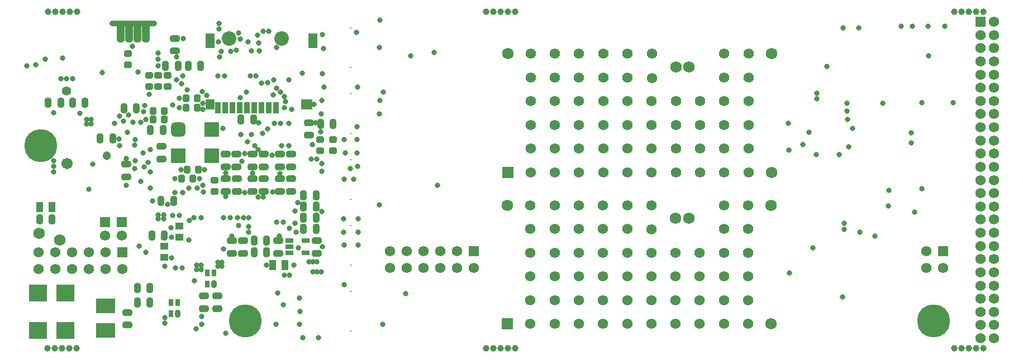
<source format=gbs>
G04*
G04 #@! TF.GenerationSoftware,Altium Limited,Altium Designer,20.0.2 (26)*
G04*
G04 Layer_Color=16711935*
%FSLAX44Y44*%
%MOMM*%
G71*
G01*
G75*
%ADD60C,0.8636*%
G04:AMPARAMS|DCode=67|XSize=1.0032mm|YSize=1.5032mm|CornerRadius=0.3016mm|HoleSize=0mm|Usage=FLASHONLY|Rotation=0.000|XOffset=0mm|YOffset=0mm|HoleType=Round|Shape=RoundedRectangle|*
%AMROUNDEDRECTD67*
21,1,1.0032,0.9000,0,0,0.0*
21,1,0.4000,1.5032,0,0,0.0*
1,1,0.6032,0.2000,-0.4500*
1,1,0.6032,-0.2000,-0.4500*
1,1,0.6032,-0.2000,0.4500*
1,1,0.6032,0.2000,0.4500*
%
%ADD67ROUNDEDRECTD67*%
G04:AMPARAMS|DCode=68|XSize=1.0032mm|YSize=1.5032mm|CornerRadius=0.3016mm|HoleSize=0mm|Usage=FLASHONLY|Rotation=90.000|XOffset=0mm|YOffset=0mm|HoleType=Round|Shape=RoundedRectangle|*
%AMROUNDEDRECTD68*
21,1,1.0032,0.9000,0,0,90.0*
21,1,0.4000,1.5032,0,0,90.0*
1,1,0.6032,0.4500,0.2000*
1,1,0.6032,0.4500,-0.2000*
1,1,0.6032,-0.4500,-0.2000*
1,1,0.6032,-0.4500,0.2000*
%
%ADD68ROUNDEDRECTD68*%
G04:AMPARAMS|DCode=69|XSize=1.0032mm|YSize=1.2032mm|CornerRadius=0.3016mm|HoleSize=0mm|Usage=FLASHONLY|Rotation=90.000|XOffset=0mm|YOffset=0mm|HoleType=Round|Shape=RoundedRectangle|*
%AMROUNDEDRECTD69*
21,1,1.0032,0.6000,0,0,90.0*
21,1,0.4000,1.2032,0,0,90.0*
1,1,0.6032,0.3000,0.2000*
1,1,0.6032,0.3000,-0.2000*
1,1,0.6032,-0.3000,-0.2000*
1,1,0.6032,-0.3000,0.2000*
%
%ADD69ROUNDEDRECTD69*%
G04:AMPARAMS|DCode=70|XSize=1.0032mm|YSize=1.2032mm|CornerRadius=0.3016mm|HoleSize=0mm|Usage=FLASHONLY|Rotation=0.000|XOffset=0mm|YOffset=0mm|HoleType=Round|Shape=RoundedRectangle|*
%AMROUNDEDRECTD70*
21,1,1.0032,0.6000,0,0,0.0*
21,1,0.4000,1.2032,0,0,0.0*
1,1,0.6032,0.2000,-0.3000*
1,1,0.6032,-0.2000,-0.3000*
1,1,0.6032,-0.2000,0.3000*
1,1,0.6032,0.2000,0.3000*
%
%ADD70ROUNDEDRECTD70*%
G04:AMPARAMS|DCode=72|XSize=2.7432mm|YSize=1.1176mm|CornerRadius=0mm|HoleSize=0mm|Usage=FLASHONLY|Rotation=90.000|XOffset=0mm|YOffset=0mm|HoleType=Round|Shape=Octagon|*
%AMOCTAGOND72*
4,1,8,0.2794,1.3716,-0.2794,1.3716,-0.5588,1.0922,-0.5588,-1.0922,-0.2794,-1.3716,0.2794,-1.3716,0.5588,-1.0922,0.5588,1.0922,0.2794,1.3716,0.0*
%
%ADD72OCTAGOND72*%

%ADD75R,3.0032X2.2032*%
%ADD81R,1.0032X1.5032*%
%ADD86R,2.7032X2.5032*%
%ADD104C,5.0000*%
%ADD105C,1.5752*%
%ADD108C,1.5748*%
%ADD109R,1.5748X1.5748*%
%ADD110R,1.5748X1.5748*%
%ADD111C,2.2032*%
%ADD112C,0.2032*%
%ADD113C,1.7272*%
%ADD114C,1.3032*%
%ADD115C,0.8032*%
%ADD116C,1.7032*%
%ADD117C,1.4032*%
%ADD118C,1.0032*%
%ADD165R,2.2032X2.2032*%
G04:AMPARAMS|DCode=166|XSize=2.2032mm|YSize=2.2032mm|CornerRadius=0.6016mm|HoleSize=0mm|Usage=FLASHONLY|Rotation=270.000|XOffset=0mm|YOffset=0mm|HoleType=Round|Shape=RoundedRectangle|*
%AMROUNDEDRECTD166*
21,1,2.2032,1.0000,0,0,270.0*
21,1,1.0000,2.2032,0,0,270.0*
1,1,1.2032,-0.5000,-0.5000*
1,1,1.2032,-0.5000,0.5000*
1,1,1.2032,0.5000,0.5000*
1,1,1.2032,0.5000,-0.5000*
%
%ADD166ROUNDEDRECTD166*%
%ADD167R,1.1532X0.8032*%
%ADD168R,0.8032X1.1032*%
G04:AMPARAMS|DCode=169|XSize=1.1032mm|YSize=0.8032mm|CornerRadius=0.2516mm|HoleSize=0mm|Usage=FLASHONLY|Rotation=90.000|XOffset=0mm|YOffset=0mm|HoleType=Round|Shape=RoundedRectangle|*
%AMROUNDEDRECTD169*
21,1,1.1032,0.3000,0,0,90.0*
21,1,0.6000,0.8032,0,0,90.0*
1,1,0.5032,0.1500,0.3000*
1,1,0.5032,0.1500,-0.3000*
1,1,0.5032,-0.1500,-0.3000*
1,1,0.5032,-0.1500,0.3000*
%
%ADD169ROUNDEDRECTD169*%
%ADD170R,1.2032X1.0032*%
%ADD171R,0.9032X1.8032*%
%ADD172R,1.4032X1.6032*%
%ADD173R,1.8032X1.6032*%
%ADD174R,1.4032X2.2032*%
%ADD175R,1.7272X1.7272*%
D60*
X1997380Y695940D02*
X2060880D01*
D67*
X2192740Y550640D02*
D03*
X2211740D02*
D03*
X2055520Y534640D02*
D03*
X2074520D02*
D03*
X1900520Y575640D02*
D03*
X1919520D02*
D03*
X1956520D02*
D03*
X1937520D02*
D03*
X2078520Y631640D02*
D03*
X2097520D02*
D03*
X2131520D02*
D03*
X2112520D02*
D03*
X2071520Y426640D02*
D03*
X2090520D02*
D03*
X2313520Y543640D02*
D03*
X2332520D02*
D03*
X2287520Y435640D02*
D03*
X2306520D02*
D03*
X2287520Y418536D02*
D03*
X2306520D02*
D03*
Y401536D02*
D03*
X2287520D02*
D03*
X2306520Y384536D02*
D03*
X2287520D02*
D03*
X2212520Y348690D02*
D03*
X2231520D02*
D03*
X2057520Y374640D02*
D03*
X2076520D02*
D03*
X2034520Y567640D02*
D03*
X2015520D02*
D03*
X2035520Y294640D02*
D03*
X2054520D02*
D03*
Y272640D02*
D03*
X2035520D02*
D03*
X2212520Y366690D02*
D03*
X2231520D02*
D03*
X1998520Y521640D02*
D03*
X1979520D02*
D03*
X1906520Y398640D02*
D03*
X1887520D02*
D03*
D68*
X2092520Y654640D02*
D03*
Y673640D02*
D03*
X2072520Y490640D02*
D03*
Y509640D02*
D03*
X2227520Y441640D02*
D03*
Y460640D02*
D03*
X2210520Y441640D02*
D03*
Y460640D02*
D03*
X2169520D02*
D03*
Y441640D02*
D03*
X2186520Y460640D02*
D03*
Y441640D02*
D03*
X2169520Y497640D02*
D03*
Y478640D02*
D03*
X2185520Y497640D02*
D03*
Y478640D02*
D03*
X2210520D02*
D03*
Y497640D02*
D03*
X2227520Y478640D02*
D03*
Y497640D02*
D03*
X2295520Y526640D02*
D03*
Y545640D02*
D03*
X2307520Y347640D02*
D03*
Y366640D02*
D03*
X2249520Y347690D02*
D03*
Y366690D02*
D03*
X2195520D02*
D03*
Y347690D02*
D03*
X2178520D02*
D03*
Y366690D02*
D03*
X2020520Y238640D02*
D03*
Y257640D02*
D03*
X2251520Y441640D02*
D03*
Y460640D02*
D03*
Y478640D02*
D03*
Y497640D02*
D03*
X2268520Y441640D02*
D03*
Y460640D02*
D03*
Y478640D02*
D03*
Y497640D02*
D03*
X2156520Y282640D02*
D03*
Y263640D02*
D03*
X2136520D02*
D03*
Y282640D02*
D03*
X2018520Y482640D02*
D03*
Y463640D02*
D03*
D69*
X2021520Y650640D02*
D03*
Y633640D02*
D03*
X2053520Y617640D02*
D03*
Y600640D02*
D03*
X2067520D02*
D03*
Y617640D02*
D03*
X2081520D02*
D03*
Y600640D02*
D03*
X2152520Y441640D02*
D03*
Y458640D02*
D03*
X2312520Y519790D02*
D03*
Y502790D02*
D03*
X2332520Y519790D02*
D03*
Y502790D02*
D03*
D70*
X2059520Y550640D02*
D03*
X2076520D02*
D03*
Y563640D02*
D03*
X2059520D02*
D03*
X2126520Y582640D02*
D03*
X2109520D02*
D03*
Y568640D02*
D03*
X2126520D02*
D03*
X2119520Y460640D02*
D03*
X2102520D02*
D03*
X2128520Y474640D02*
D03*
X2111520D02*
D03*
D72*
X2010080Y680700D02*
D03*
X2022780D02*
D03*
X2035480D02*
D03*
X2048180D02*
D03*
D75*
X1987520Y230640D02*
D03*
Y267470D02*
D03*
D81*
X2240520Y329640D02*
D03*
X2259520D02*
D03*
X1887520Y417640D02*
D03*
X1906520D02*
D03*
D86*
X1926520Y287640D02*
D03*
Y230640D02*
D03*
X1885520D02*
D03*
Y287640D02*
D03*
D104*
X3242520Y244640D02*
D03*
X1889520Y510640D02*
D03*
X2199520Y244640D02*
D03*
D105*
X2815463Y650260D02*
D03*
Y613260D02*
D03*
X2961797Y614260D02*
D03*
Y578260D02*
D03*
Y542260D02*
D03*
Y506260D02*
D03*
X2925130Y614260D02*
D03*
Y578260D02*
D03*
Y542260D02*
D03*
Y506260D02*
D03*
X2888463Y578260D02*
D03*
Y542260D02*
D03*
Y506260D02*
D03*
X2851797Y578260D02*
D03*
Y542260D02*
D03*
Y506260D02*
D03*
X2815130Y578260D02*
D03*
Y542260D02*
D03*
Y506260D02*
D03*
X2778463Y614260D02*
D03*
Y578260D02*
D03*
Y542260D02*
D03*
Y506260D02*
D03*
X2741797Y614260D02*
D03*
Y578260D02*
D03*
Y542260D02*
D03*
Y506260D02*
D03*
X2705130Y614260D02*
D03*
Y578260D02*
D03*
Y542260D02*
D03*
Y506260D02*
D03*
X2668463Y614260D02*
D03*
Y578260D02*
D03*
Y542260D02*
D03*
Y506260D02*
D03*
X2631797D02*
D03*
Y542260D02*
D03*
Y578260D02*
D03*
Y614260D02*
D03*
Y470260D02*
D03*
X2705130D02*
D03*
X2741797D02*
D03*
X2778463D02*
D03*
X2815130D02*
D03*
X2851797D02*
D03*
X2888463D02*
D03*
X2925130D02*
D03*
X2961797D02*
D03*
X2668463D02*
D03*
Y650260D02*
D03*
X2961797D02*
D03*
X2925130D02*
D03*
X2778463D02*
D03*
X2741797D02*
D03*
X2705130D02*
D03*
X2631797D02*
D03*
X2631307Y420340D02*
D03*
X2704640D02*
D03*
X2741306D02*
D03*
X2777973D02*
D03*
X2924640D02*
D03*
X2961306D02*
D03*
X2667973D02*
D03*
Y240340D02*
D03*
X2961306D02*
D03*
X2924640D02*
D03*
X2887973D02*
D03*
X2851306D02*
D03*
X2814640D02*
D03*
X2777973D02*
D03*
X2741306D02*
D03*
X2704640D02*
D03*
X2631307D02*
D03*
Y384340D02*
D03*
Y348340D02*
D03*
Y312340D02*
D03*
Y276340D02*
D03*
X2667973D02*
D03*
Y312340D02*
D03*
Y348340D02*
D03*
Y384340D02*
D03*
X2704640Y276340D02*
D03*
Y312340D02*
D03*
Y348340D02*
D03*
Y384340D02*
D03*
X2741306Y276340D02*
D03*
Y312340D02*
D03*
Y348340D02*
D03*
Y384340D02*
D03*
X2777973Y276340D02*
D03*
Y312340D02*
D03*
Y348340D02*
D03*
Y384340D02*
D03*
X2814640Y276340D02*
D03*
Y312340D02*
D03*
Y348340D02*
D03*
X2851306Y276340D02*
D03*
Y312340D02*
D03*
Y348340D02*
D03*
X2887973Y276340D02*
D03*
Y312340D02*
D03*
Y348340D02*
D03*
X2924640Y276340D02*
D03*
Y312340D02*
D03*
Y348340D02*
D03*
Y384340D02*
D03*
X2961306Y276340D02*
D03*
Y312340D02*
D03*
Y348340D02*
D03*
Y384340D02*
D03*
X2814973Y383340D02*
D03*
Y420340D02*
D03*
D108*
X3313520Y638640D02*
D03*
Y658640D02*
D03*
X3333520Y618640D02*
D03*
X3313520D02*
D03*
X3333520Y638640D02*
D03*
Y658640D02*
D03*
Y678640D02*
D03*
X3313520D02*
D03*
X3333520Y698640D02*
D03*
Y598640D02*
D03*
X3313520Y578640D02*
D03*
X3333520D02*
D03*
X3313520Y598640D02*
D03*
X3333520Y558640D02*
D03*
X3313520Y538640D02*
D03*
X3333520D02*
D03*
X3313520Y558640D02*
D03*
X3333520Y518640D02*
D03*
X3313520D02*
D03*
Y318640D02*
D03*
X3333520Y318640D02*
D03*
X3313520Y358640D02*
D03*
X3333520Y338640D02*
D03*
X3313520Y338640D02*
D03*
X3333520Y358640D02*
D03*
X3313520Y398640D02*
D03*
X3333520Y378640D02*
D03*
X3313520Y378640D02*
D03*
X3333520Y398640D02*
D03*
Y498640D02*
D03*
X3313520Y478640D02*
D03*
X3333520D02*
D03*
Y458640D02*
D03*
Y438640D02*
D03*
X3313520Y418640D02*
D03*
X3333520Y418640D02*
D03*
X3313520Y458640D02*
D03*
Y438640D02*
D03*
X3333520Y298640D02*
D03*
X3313520Y278640D02*
D03*
X3333520Y278640D02*
D03*
Y258640D02*
D03*
Y238640D02*
D03*
X3313520Y218640D02*
D03*
X3333520Y218640D02*
D03*
X3313520Y258640D02*
D03*
Y238640D02*
D03*
Y498640D02*
D03*
Y298640D02*
D03*
X3231120Y325040D02*
D03*
Y350440D02*
D03*
X3256520Y325040D02*
D03*
X2012520Y374640D02*
D03*
X1986520D02*
D03*
X1885620Y349290D02*
D03*
Y323890D02*
D03*
X2012620D02*
D03*
X1987220Y349290D02*
D03*
Y323890D02*
D03*
X1961820Y349290D02*
D03*
Y323890D02*
D03*
X1936420Y349290D02*
D03*
Y323890D02*
D03*
X1911020Y349290D02*
D03*
Y323890D02*
D03*
X2418320Y350440D02*
D03*
Y325040D02*
D03*
X2545320D02*
D03*
X2519920Y350440D02*
D03*
Y325040D02*
D03*
X2494520Y350440D02*
D03*
Y325040D02*
D03*
X2469120Y350440D02*
D03*
Y325040D02*
D03*
X2443720Y350440D02*
D03*
Y325040D02*
D03*
D109*
X3313520Y698640D02*
D03*
D110*
X3256520Y350440D02*
D03*
X2012520Y394640D02*
D03*
X1986520D02*
D03*
X2012620Y349290D02*
D03*
X2545320Y350440D02*
D03*
D111*
X2254320Y673640D02*
D03*
X2174520D02*
D03*
D112*
X2359520Y229640D02*
D03*
Y389640D02*
D03*
Y329640D02*
D03*
Y289640D02*
D03*
Y529640D02*
D03*
Y689640D02*
D03*
Y629640D02*
D03*
Y589640D02*
D03*
X2359514Y489640D02*
D03*
Y429640D02*
D03*
D113*
X2871797Y630260D02*
D03*
X2596797Y650260D02*
D03*
X2851797Y630260D02*
D03*
X2996797Y470260D02*
D03*
Y650260D02*
D03*
X2996307Y420340D02*
D03*
Y240340D02*
D03*
X2851306Y400340D02*
D03*
X2596307Y420340D02*
D03*
X2871306Y400340D02*
D03*
X1886520Y377640D02*
D03*
X1918520Y367640D02*
D03*
D114*
X1989520Y495640D02*
D03*
D115*
X3065020Y581640D02*
D03*
X3044520Y512640D02*
D03*
X3099270Y497140D02*
D03*
X3064270Y497390D02*
D03*
X3272270Y575640D02*
D03*
X3224770D02*
D03*
X3165270Y575140D02*
D03*
X3174520Y442640D02*
D03*
X3119319Y536734D02*
D03*
X3106520Y383640D02*
D03*
X3153520Y373720D02*
D03*
X3130520Y379640D02*
D03*
X3259520Y691640D02*
D03*
X3233520D02*
D03*
X3210520D02*
D03*
X3193520D02*
D03*
X3129020Y689640D02*
D03*
X3105520D02*
D03*
X2442496Y286664D02*
D03*
X3023520Y317640D02*
D03*
X3080520Y630640D02*
D03*
X2349520Y299640D02*
D03*
X3053520Y530640D02*
D03*
X3111520Y563640D02*
D03*
X3173520Y419640D02*
D03*
X2408520Y591640D02*
D03*
X2303519Y573639D02*
D03*
X3106518Y392640D02*
D03*
X3104520Y281640D02*
D03*
X3059520Y355640D02*
D03*
X3213520Y409640D02*
D03*
X3224520Y445640D02*
D03*
X3208520Y514640D02*
D03*
X2449520Y646640D02*
D03*
X2407520Y239640D02*
D03*
X2490520Y450640D02*
D03*
X2485200Y651960D02*
D03*
X3208560Y529950D02*
D03*
X3022520Y544640D02*
D03*
X3113520Y508640D02*
D03*
X3065395Y590640D02*
D03*
X3111770Y550390D02*
D03*
X3111520Y575390D02*
D03*
X3022840Y503915D02*
D03*
X2349520Y459640D02*
D03*
X2358519Y475639D02*
D03*
X3234520Y646640D02*
D03*
X2077520Y249640D02*
D03*
Y241640D02*
D03*
X1982520Y621640D02*
D03*
X2266520Y314640D02*
D03*
X2258520D02*
D03*
X2281520Y279640D02*
D03*
X2169520Y469640D02*
D03*
X2210520D02*
D03*
X2092520Y460640D02*
D03*
X2101520Y474640D02*
D03*
X2204520Y401640D02*
D03*
X2198520Y439640D02*
D03*
X2251520Y468640D02*
D03*
X2008520Y510640D02*
D03*
X2055520Y446640D02*
D03*
X2133520Y239640D02*
D03*
Y251640D02*
D03*
X2086520Y386390D02*
D03*
X2007520Y520640D02*
D03*
X2067520Y631640D02*
D03*
X2099520Y582640D02*
D03*
Y568640D02*
D03*
X2036520Y622640D02*
D03*
X2053520Y588827D02*
D03*
X2044520Y499640D02*
D03*
X2265520Y544640D02*
D03*
Y510640D02*
D03*
X2058520Y426640D02*
D03*
X2067520Y405640D02*
D03*
X2075520D02*
D03*
X2067520Y399640D02*
D03*
X2055520Y470640D02*
D03*
X2018520Y450640D02*
D03*
X1948520Y559640D02*
D03*
X2067520Y641640D02*
D03*
X2095520Y645640D02*
D03*
X2105520Y673640D02*
D03*
X2067520Y651640D02*
D03*
X2192520Y527640D02*
D03*
X2240520Y440640D02*
D03*
X2254520Y510640D02*
D03*
X2315520Y410640D02*
D03*
X2402520Y659640D02*
D03*
X2403520Y579640D02*
D03*
X2369520Y479640D02*
D03*
X2111520Y595640D02*
D03*
X2129520Y460640D02*
D03*
X2137520Y474640D02*
D03*
X2102520Y604402D02*
D03*
X2165520Y536640D02*
D03*
X2245520Y239640D02*
D03*
X2281520D02*
D03*
X2095520Y610640D02*
D03*
X2104520Y616880D02*
D03*
X2134520Y565640D02*
D03*
X2134078Y592880D02*
D03*
X2318520Y599640D02*
D03*
X2316520Y619640D02*
D03*
X2134520Y450640D02*
D03*
X2135520Y440640D02*
D03*
X2045676Y478796D02*
D03*
X2159520Y687640D02*
D03*
X2159433Y695785D02*
D03*
X2185520Y655640D02*
D03*
X2167520Y616880D02*
D03*
X2246519Y659639D02*
D03*
X2285520Y620936D02*
D03*
X2219520Y666640D02*
D03*
X2220520Y654640D02*
D03*
X2208519Y654639D02*
D03*
X2089277Y572397D02*
D03*
X2206520Y616880D02*
D03*
X2305520Y545640D02*
D03*
X2315520Y483640D02*
D03*
X2315519Y471640D02*
D03*
X2233440Y535720D02*
D03*
X2225520Y528971D02*
D03*
X2239520Y496640D02*
D03*
X2055520Y504639D02*
D03*
X2001520Y544640D02*
D03*
X2282520Y259640D02*
D03*
X2187370Y401640D02*
D03*
X2196520D02*
D03*
X2166520D02*
D03*
X2278519Y424640D02*
D03*
X2367519Y682639D02*
D03*
X2274520Y392640D02*
D03*
X2256520Y394541D02*
D03*
X2246520D02*
D03*
X2266520Y385640D02*
D03*
X2276340Y379640D02*
D03*
X2104520Y439764D02*
D03*
X2092520D02*
D03*
X2218520Y433241D02*
D03*
X2316520Y679640D02*
D03*
X2040520Y456640D02*
D03*
X2157520Y616880D02*
D03*
X2040520Y546640D02*
D03*
X2189520Y681640D02*
D03*
X2158520Y668640D02*
D03*
X2177520Y653640D02*
D03*
X2226520Y684640D02*
D03*
X2234520D02*
D03*
X2243520Y544640D02*
D03*
X2299251Y490223D02*
D03*
X2272520Y329640D02*
D03*
X2231520D02*
D03*
X2014520Y547640D02*
D03*
X2029175Y545985D02*
D03*
X2046520Y571640D02*
D03*
X2048520Y550573D02*
D03*
X2045520Y562640D02*
D03*
X2022520Y557673D02*
D03*
X2008520Y555640D02*
D03*
X2140756Y587082D02*
D03*
X2038520Y358640D02*
D03*
X2132520Y401640D02*
D03*
X2121520D02*
D03*
X2160520Y645640D02*
D03*
X2162520Y653640D02*
D03*
X2217520Y678640D02*
D03*
X2191520Y672640D02*
D03*
X2203520Y668640D02*
D03*
X2233520Y606640D02*
D03*
X2223520Y605640D02*
D03*
X2020520Y530640D02*
D03*
X2135320Y574739D02*
D03*
X2226520Y432640D02*
D03*
X2169520Y434054D02*
D03*
X2089520Y404640D02*
D03*
X2099520D02*
D03*
X2114863Y396983D02*
D03*
X2081520Y421640D02*
D03*
X1958520Y550640D02*
D03*
Y543640D02*
D03*
X1965520Y550640D02*
D03*
X2349520Y359640D02*
D03*
X2370520D02*
D03*
X2126520Y446640D02*
D03*
X2113520D02*
D03*
X1908520Y487640D02*
D03*
Y479640D02*
D03*
X1908520Y470640D02*
D03*
X2087520Y371640D02*
D03*
Y340640D02*
D03*
X2075520Y399640D02*
D03*
X2113520Y367640D02*
D03*
X2093520Y325640D02*
D03*
X2103520D02*
D03*
X2125520Y329640D02*
D03*
X2157520Y333640D02*
D03*
Y327640D02*
D03*
X2256945Y269065D02*
D03*
X2166617Y353737D02*
D03*
X2163520Y333640D02*
D03*
Y327640D02*
D03*
X2132520Y329640D02*
D03*
Y322640D02*
D03*
X2125520D02*
D03*
X2301520Y334640D02*
D03*
X2307520D02*
D03*
X2295520D02*
D03*
X2314520Y319640D02*
D03*
X2307520D02*
D03*
X2301520D02*
D03*
X2194519Y486639D02*
D03*
X2198519Y498639D02*
D03*
X2218933Y504552D02*
D03*
X2032520Y519640D02*
D03*
X2031520Y511639D02*
D03*
X2051661Y485499D02*
D03*
X1919520Y612640D02*
D03*
X1928520D02*
D03*
X1937520D02*
D03*
X1962520Y444640D02*
D03*
X2314998Y579640D02*
D03*
X2122520Y305640D02*
D03*
X2124520Y232640D02*
D03*
X2169520Y226640D02*
D03*
X2178520Y373640D02*
D03*
X2314657Y559285D02*
D03*
X2402520D02*
D03*
X2258520Y568640D02*
D03*
X2269520Y565640D02*
D03*
X2252520Y544640D02*
D03*
X2242662Y610640D02*
D03*
X2403519Y701137D02*
D03*
X2208520Y527640D02*
D03*
X2213744Y510640D02*
D03*
X2202520Y516640D02*
D03*
X2032520Y487640D02*
D03*
X2031520Y475640D02*
D03*
X2316520Y357640D02*
D03*
X2215363Y616797D02*
D03*
X2274520Y411640D02*
D03*
X2286520Y219640D02*
D03*
X2309770Y219640D02*
D03*
X2191520Y583640D02*
D03*
X2201050Y591778D02*
D03*
X2260333Y577424D02*
D03*
X2313520Y531640D02*
D03*
X2300520Y512640D02*
D03*
X2307519Y490223D02*
D03*
X2258519Y585639D02*
D03*
X2252519Y591639D02*
D03*
X2246519Y597639D02*
D03*
X2241444Y587564D02*
D03*
X2318099Y657949D02*
D03*
X2219519Y545639D02*
D03*
X2048520Y348640D02*
D03*
X2077520Y327640D02*
D03*
X2369612Y600005D02*
D03*
X2265520Y610791D02*
D03*
X2204520Y387640D02*
D03*
Y379640D02*
D03*
X2189520Y389640D02*
D03*
X2176520Y401640D02*
D03*
X2279520Y355647D02*
D03*
X2348520Y399640D02*
D03*
Y379640D02*
D03*
X2370520D02*
D03*
X2363519Y459640D02*
D03*
X2349520Y519640D02*
D03*
X2350520Y499640D02*
D03*
X2368875Y539285D02*
D03*
X2368520Y519640D02*
D03*
Y499640D02*
D03*
X2370520Y399640D02*
D03*
X2402520Y421165D02*
D03*
X2028520Y661640D02*
D03*
X1968501Y482621D02*
D03*
X1965520Y543640D02*
D03*
X1909193Y560313D02*
D03*
X2248520Y287640D02*
D03*
X2018520Y491640D02*
D03*
X1868520Y631640D02*
D03*
X1922442Y643718D02*
D03*
X1881520Y633640D02*
D03*
X1896520Y641640D02*
D03*
X2250519Y373640D02*
D03*
D116*
X1929520Y483640D02*
D03*
D117*
X1928520Y593640D02*
D03*
D118*
X1900520Y713640D02*
D03*
X1911520D02*
D03*
X1922520D02*
D03*
X1933520D02*
D03*
X1944520D02*
D03*
X2608520D02*
D03*
X2597520D02*
D03*
X2586520D02*
D03*
X2575520D02*
D03*
X2564520D02*
D03*
X3317520D02*
D03*
X3306520D02*
D03*
X3295520D02*
D03*
X3284520D02*
D03*
X3273520D02*
D03*
X1943520Y203640D02*
D03*
X1932520D02*
D03*
X1921520D02*
D03*
X1910520D02*
D03*
X1899520D02*
D03*
X2608520D02*
D03*
X2597520D02*
D03*
X2586520D02*
D03*
X2575520D02*
D03*
X2564520D02*
D03*
X3317520D02*
D03*
X3306520D02*
D03*
X3295520D02*
D03*
X3284520D02*
D03*
X3273520D02*
D03*
D165*
X2148520Y495640D02*
D03*
Y535640D02*
D03*
X2097720Y495640D02*
D03*
D166*
Y535640D02*
D03*
D167*
X2266520Y348190D02*
D03*
Y357690D02*
D03*
Y367190D02*
D03*
X2291020D02*
D03*
Y348190D02*
D03*
D168*
X2086520Y255640D02*
D03*
Y272640D02*
D03*
X2096520D02*
D03*
X2141520Y300640D02*
D03*
X2151520Y317640D02*
D03*
X2141520D02*
D03*
D169*
X2096520Y255640D02*
D03*
X2151520Y300640D02*
D03*
D170*
X2099520Y371640D02*
D03*
Y388640D02*
D03*
X2076520Y341640D02*
D03*
Y358640D02*
D03*
D171*
X2202070Y568640D02*
D03*
X2213070D02*
D03*
X2191070D02*
D03*
X2235070D02*
D03*
X2246070D02*
D03*
X2224070D02*
D03*
X2169070D02*
D03*
X2180070D02*
D03*
X2158070D02*
D03*
D172*
X2146320Y573640D02*
D03*
D173*
X2292320D02*
D03*
D174*
X2301320Y669640D02*
D03*
X2146320D02*
D03*
D175*
X2596797Y470260D02*
D03*
X2596307Y240340D02*
D03*
M02*

</source>
